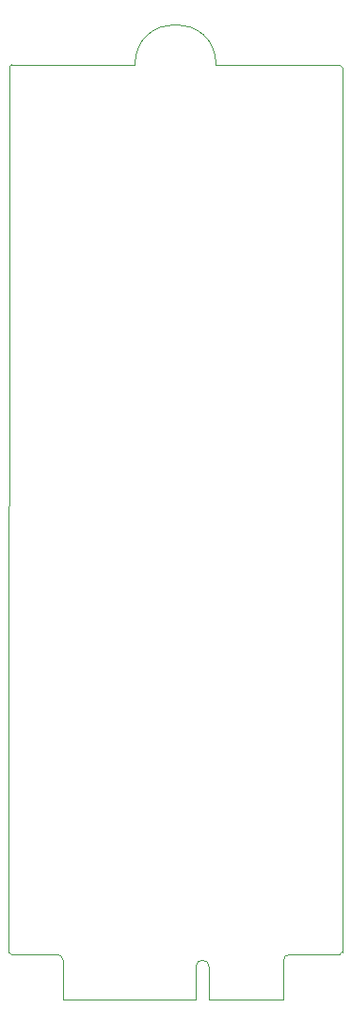
<source format=gbr>
%TF.GenerationSoftware,KiCad,Pcbnew,8.0.1-rc1*%
%TF.CreationDate,2024-08-06T22:31:27-04:00*%
%TF.ProjectId,SoM_ESP32_v1,536f4d5f-4553-4503-9332-5f76312e6b69,rev?*%
%TF.SameCoordinates,Original*%
%TF.FileFunction,Profile,NP*%
%FSLAX46Y46*%
G04 Gerber Fmt 4.6, Leading zero omitted, Abs format (unit mm)*
G04 Created by KiCad (PCBNEW 8.0.1-rc1) date 2024-08-06 22:31:27*
%MOMM*%
%LPD*%
G01*
G04 APERTURE LIST*
%TA.AperFunction,Profile*%
%ADD10C,0.080000*%
%TD*%
G04 APERTURE END LIST*
D10*
X121050000Y-55200000D02*
G75*
G02*
X121250000Y-55000000I200000J0D01*
G01*
X121250000Y-55000000D02*
X132350000Y-55050000D01*
X150800000Y-55050000D02*
X139650000Y-55050000D01*
X121000000Y-134850000D02*
X121050000Y-55200000D01*
X146800000Y-135075000D02*
X150800000Y-135050000D01*
X150800000Y-55050000D02*
G75*
G02*
X151000000Y-55250000I0J-200000D01*
G01*
X151000000Y-134850000D02*
X151000000Y-55250000D01*
X121200000Y-135050000D02*
X124800000Y-135075000D01*
X121200000Y-135050000D02*
G75*
G02*
X121000000Y-134850000I0J200000D01*
G01*
X132350000Y-55050000D02*
G75*
G02*
X139650000Y-55050000I3650000J0D01*
G01*
X151000000Y-134850000D02*
G75*
G02*
X150800000Y-135050000I-200000J0D01*
G01*
%TO.C,J201*%
X124800000Y-135075000D02*
X125375000Y-135075000D01*
X125875000Y-135575000D02*
X125875000Y-139075000D01*
X125875000Y-139075000D02*
X135800000Y-139075000D01*
X135800000Y-139075000D02*
X137825000Y-139075000D01*
X137825000Y-139075000D02*
X137825000Y-136175000D01*
X139025000Y-136175000D02*
X139025000Y-139075000D01*
X139025000Y-139075000D02*
X145725000Y-139075000D01*
X145725000Y-139075000D02*
X145725000Y-135575000D01*
X146225000Y-135075000D02*
X146800000Y-135075000D01*
X125375000Y-135075000D02*
G75*
G02*
X125875000Y-135575000I-1J-500001D01*
G01*
X137825000Y-136175000D02*
G75*
G02*
X139025000Y-136175000I600000J0D01*
G01*
X145725000Y-135575000D02*
G75*
G02*
X146225000Y-135075000I500000J0D01*
G01*
%TD*%
M02*

</source>
